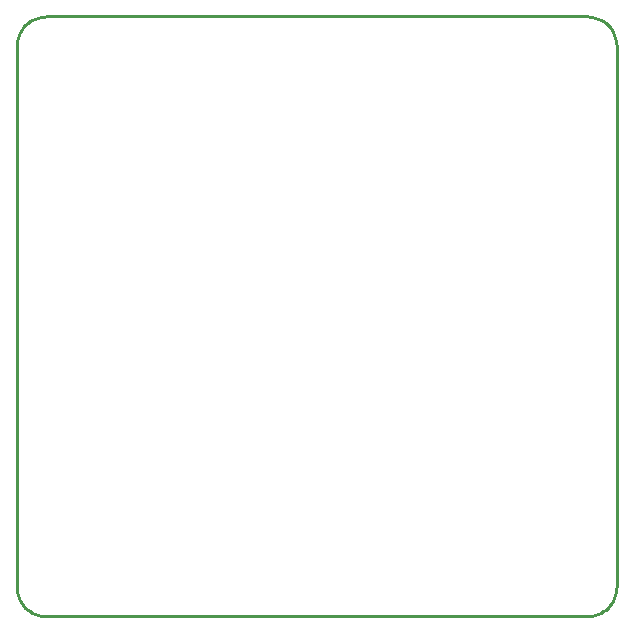
<source format=gko>
G04*
G04 #@! TF.GenerationSoftware,Altium Limited,Altium Designer,20.0.13 (296)*
G04*
G04 Layer_Color=16711935*
%FSLAX25Y25*%
%MOIN*%
G70*
G01*
G75*
%ADD15C,0.01000*%
D15*
X-12500Y-2500D02*
X-12452Y-3480D01*
X-12308Y-4451D01*
X-12069Y-5403D01*
X-11739Y-6327D01*
X-11319Y-7214D01*
X-10815Y-8056D01*
X-10230Y-8844D01*
X-9571Y-9571D01*
X-8844Y-10230D01*
X-8056Y-10815D01*
X-7214Y-11319D01*
X-6327Y-11739D01*
X-5403Y-12069D01*
X-4451Y-12308D01*
X-3480Y-12452D01*
X-2500Y-12500D01*
Y187500D02*
X-3480Y187452D01*
X-4451Y187308D01*
X-5403Y187069D01*
X-6327Y186739D01*
X-7214Y186319D01*
X-8056Y185815D01*
X-8844Y185230D01*
X-9571Y184571D01*
X-10230Y183844D01*
X-10815Y183056D01*
X-11319Y182214D01*
X-11739Y181327D01*
X-12069Y180403D01*
X-12308Y179451D01*
X-12452Y178480D01*
X-12500Y177500D01*
X187500D02*
X187452Y178480D01*
X187308Y179451D01*
X187069Y180403D01*
X186739Y181327D01*
X186319Y182214D01*
X185815Y183056D01*
X185230Y183844D01*
X184571Y184571D01*
X183844Y185230D01*
X183056Y185815D01*
X182214Y186319D01*
X181327Y186739D01*
X180403Y187069D01*
X179451Y187308D01*
X178480Y187452D01*
X177500Y187500D01*
Y-12500D02*
X178480Y-12452D01*
X179451Y-12308D01*
X180403Y-12069D01*
X181327Y-11739D01*
X182214Y-11319D01*
X183056Y-10815D01*
X183844Y-10230D01*
X184571Y-9571D01*
X185230Y-8844D01*
X185815Y-8056D01*
X186319Y-7214D01*
X186739Y-6327D01*
X187069Y-5403D01*
X187308Y-4451D01*
X187452Y-3480D01*
X187500Y-2500D01*
X-12500D02*
X-12500Y136600D01*
Y177500D01*
X-2500Y187500D02*
X177500Y187500D01*
X187500Y-2500D02*
X187500Y177500D01*
X-2550Y-12500D02*
X177500Y-12500D01*
M02*

</source>
